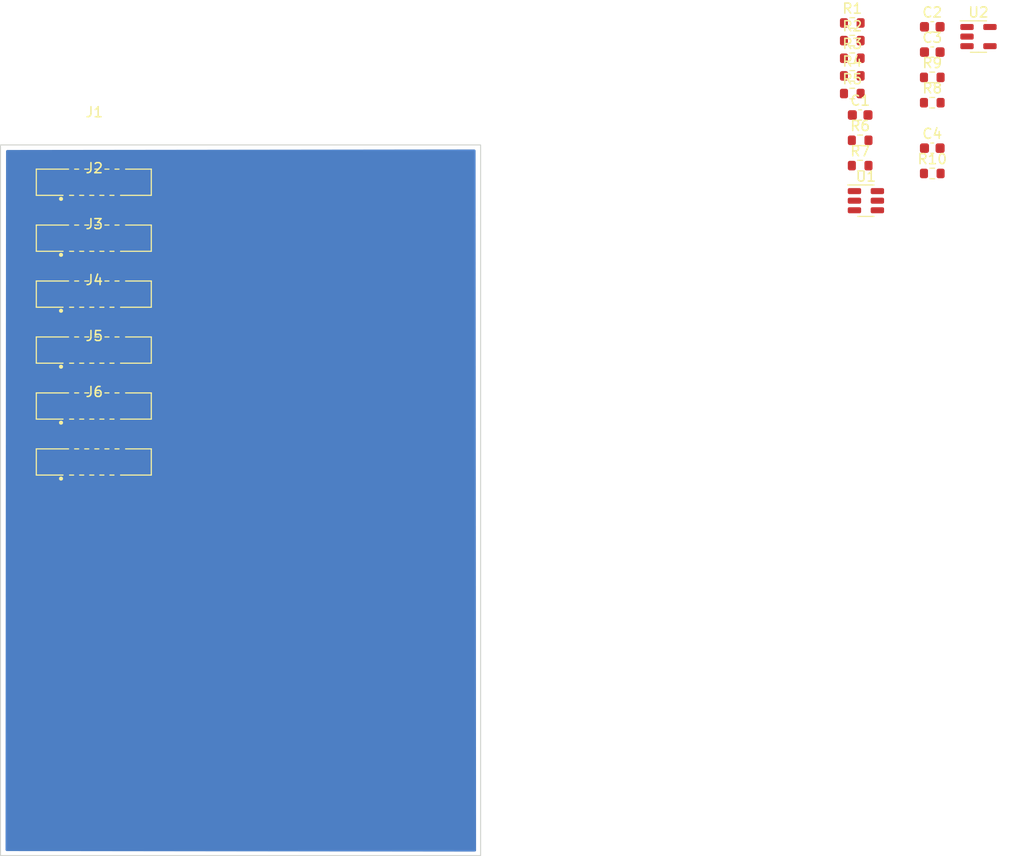
<source format=kicad_pcb>
(kicad_pcb (version 20221018) (generator pcbnew)
  (layers (0 "F.Cu" signal) (31 "B.Cu" signal) (34 "B.Paste" user) (35 "F.Paste" user) (36 "B.SilkS" user "B.Silkscreen") (37 "F.SilkS" user "F.Silkscreen") (38 "B.Mask" user) (39 "F.Mask" user) (44 "Edge.Cuts" user))
  (net 0 "")
  (net 1 "GND")
  (net 2 "/Vusb")
  (net 3 "/VIN")
  (net 4 "/VDD")
  (net 5 "/SDA1")
  (net 6 "/SCL1")
  (net 7 "/IN+")
  (net 8 "/IN-")
  (net 9 "/MOSI1")
  (net 10 "/MISO1")
  (net 11 "/SCLK")
  (net 12 "/SS")
  (net 13 "/POL1")
  (net 14 "/SDA2")
  (net 15 "/SCL2")
  (net 16 "/MOSI2")
  (net 17 "/MISO2")
  (net 18 "/POL2")
  (net 19 "/SDA3")
  (net 20 "/SCL3")
  (net 21 "/MOSI3")
  (net 22 "/MISO3")
  (net 23 "/SDA4")
  (net 24 "/SCL4")
  (net 25 "/MOSI4")
  (net 26 "/MISO4")
  (net 27 "/SDA5")
  (net 28 "/SCL5")
  (net 29 "/MOSI5")
  (net 30 "/MISO5")
  (net 31 "/SDA6")
  (net 32 "/SCL6")
  (net 33 "/MOSI6")
  (net 34 "/MISO6")
  (net 35 "/D-")
  (net 37 "/D+")
  (net 39 "Net-(J7-CC1)")
  (net 40 "Net-(J7-CC2)")
  (net 41 "Net-(U2-FB)")
  (net 42 "Net-(U3-EN)")
  (net 43 "Net-(U2-SW)")
  (footprint "Resistor_SMD:R_0603_1608Metric" (layer "F.Cu") (at 129.05 37.3)
    (fp_text reference "R3" (at 0 -1.43) (layer "F.SilkS"))
    (fp_text value "0")
    (fp_line (start -0.237258 -0.5225) (end 0.237258 -0.5225) (stroke (width 0.12)) (layer "F.SilkS"))
    (fp_line (start -0.237258 0.5225) (end 0.237258 0.5225) (stroke (width 0.12)) (layer "F.SilkS"))
    (pad "1" smd roundrect (at -0.825 0) (size 0.8 0.95) (layers "F.Cu" "F.Paste" "F.Mask") (net 22 "/MISO3"))
    (pad "2" smd roundrect (at 0.825 0) (size 0.8 0.95) (layers "F.Cu" "F.Paste" "F.Mask") (net 25 "/MOSI4"))
  )
  (footprint "Resistor_SMD:R_0603_1608Metric" (layer "F.Cu") (at 129.05 40.8)
    (fp_text reference "R5" (at 0 -1.43) (layer "F.SilkS"))
    (fp_text value "0")
    (fp_line (start -0.237258 -0.5225) (end 0.237258 -0.5225) (stroke (width 0.12)) (layer "F.SilkS"))
    (fp_line (start -0.237258 0.5225) (end 0.237258 0.5225) (stroke (width 0.12)) (layer "F.SilkS"))
    (pad "1" smd roundrect (at -0.825 0) (size 0.8 0.95) (layers "F.Cu" "F.Paste" "F.Mask") (net 30 "/MISO5"))
    (pad "2" smd roundrect (at 0.825 0) (size 0.8 0.95) (layers "F.Cu" "F.Paste" "F.Mask") (net 33 "/MOSI6"))
  )
  (footprint "Resistor_SMD:R_0603_1608Metric" (layer "F.Cu") (at 129.83 45.44)
    (fp_text reference "R6" (at 0 -1.43) (layer "F.SilkS"))
    (fp_text value "5.1K")
    (fp_line (start -0.237258 -0.5225) (end 0.237258 -0.5225) (stroke (width 0.12)) (layer "F.SilkS"))
    (fp_line (start -0.237258 0.5225) (end 0.237258 0.5225) (stroke (width 0.12)) (layer "F.SilkS"))
    (pad "1" smd roundrect (at -0.825 0) (size 0.8 0.95) (layers "F.Cu" "F.Paste" "F.Mask") (net 39 "Net-(J7-CC1)"))
    (pad "2" smd roundrect (at 0.825 0) (size 0.8 0.95) (layers "F.Cu" "F.Paste" "F.Mask") (net 1 "GND"))
  )
  (footprint "Library:Jushuo_AFC11-S12I" (layer "F.Cu") (at 53.9 66.25)
    (fp_text reference "J4" (at 0 -6.95 unlocked) (layer "F.SilkS"))
    (fp_text value "Conn_01x12")
    (fp_line (start -5.75 -1.3) (end -5.75 1.3) (stroke (width 0.12)) (layer "F.SilkS"))
    (fp_line (start -5.75 -1.3) (end -2.55 -1.3) (stroke (width 0.12)) (layer "F.SilkS"))
    (fp_line (start -5.75 1.3) (end -3.1 1.3) (stroke (width 0.12)) (layer "F.SilkS"))
    (fp_line (start -2.05 1.3) (end -2.45 1.3) (stroke (width 0.12)) (layer "F.SilkS"))
    (fp_line (start -1.95 -1.3) (end -1.55 -1.3) (stroke (width 0.12)) (layer "F.SilkS"))
    (fp_line (start -1.05 1.3) (end -1.45 1.3) (stroke (width 0.12)) (layer "F.SilkS"))
    (fp_line (start -0.95 -1.3) (end -0.55 -1.3) (stroke (width 0.12)) (layer "F.SilkS"))
    (fp_line (start -0.05 1.3) (end -0.45 1.3) (stroke (width 0.12)) (layer "F.SilkS"))
    (fp_line (start 0.45 -1.3) (end 0.05 -1.3) (stroke (width 0.12)) (layer "F.SilkS"))
    (fp_line (start 0.95 1.3) (end 0.55 1.3) (stroke (width 0.12)) (layer "F.SilkS"))
    (fp_line (start 1.05 -1.3) (end 1.45 -1.3) (stroke (width 0.12)) (layer "F.SilkS"))
    (fp_line (start 1.95 1.3) (end 1.55 1.3) (stroke (width 0.12)) (layer "F.SilkS"))
    (fp_line (start 2.05 -1.3) (end 2.45 -1.3) (stroke (width 0.12)) (layer "F.SilkS"))
    (fp_line (start 3.1 -1.3) (end 5.65 -1.3) (stroke (width 0.12)) (layer "F.SilkS"))
    (fp_line (start 5.65 -1.3) (end 5.65 1.3) (stroke (width 0.12)) (layer "F.SilkS"))
    (fp_line (start 5.65 1.3) (end 2.6 1.3) (stroke (width 0.12)) (layer "F.SilkS"))
    (fp_circle (center -3.3 1.65) (end -3.158579 1.65) (stroke (width 0.12)) (fill solid) (layer "F.SilkS"))
    (pad "" smd roundrect (at -4.5 0) (size 2.25 2.4) (layers "F.Cu" "F.Paste" "F.Mask"))
    (pad "" smd roundrect (at 4.4 0) (size 2.25 2.4) (layers "F.Cu" "F.Paste" "F.Mask"))
    (pad "1" smd roundrect (at -2.75 1.1) (size 0.4 1.35) (layers "F.Cu" "F.Paste" "F.Mask") (net 3 "/VIN"))
    (pad "2" smd roundrect (at -2.25 -1.05) (size 0.4 1.35) (layers "F.Cu" "F.Paste" "F.Mask") (net 23 "/SDA4"))
    (pad "3" smd roundrect (at -1.75 1.1) (size 0.4 1.35) (layers "F.Cu" "F.Paste" "F.Mask") (net 24 "/SCL4"))
    (pad "4" smd roundrect (at -1.25 -1.05) (size 0.4 1.35) (layers "F.Cu" "F.Paste" "F.Mask") (net 7 "/IN+"))
    (pad "5" smd roundrect (at -0.75 1.1) (size 0.4 1.35) (layers "F.Cu" "F.Paste" "F.Mask") (net 8 "/IN-"))
    (pad "6" smd roundrect (at -0.25 -1.05) (size 0.4 1.35) (layers "F.Cu" "F.Paste" "F.Mask") (net 4 "/VDD"))
    (pad "7" smd roundrect (at 0.25 1.1) (size 0.4 1.35) (layers "F.Cu" "F.Paste" "F.Mask") (net 25 "/MOSI4"))
    (pad "8" smd roundrect (at 0.75 -1.05) (size 0.4 1.35) (layers "F.Cu" "F.Paste" "F.Mask") (net 26 "/MISO4"))
    (pad "9" smd roundrect (at 1.25 1.1) (size 0.4 1.35) (layers "F.Cu" "F.Paste" "F.Mask") (net 11 "/SCLK"))
    (pad "10" smd roundrect (at 1.75 -1.05) (size 0.4 1.35) (layers "F.Cu" "F.Paste" "F.Mask") (net 12 "/SS"))
    (pad "11" smd roundrect (at 2.25 1.1) (size 0.4 1.35) (layers "F.Cu" "F.Paste" "F.Mask") (net 18 "/POL2"))
    (pad "12" smd roundrect (at 2.75 -1.05) (size 0.4 1.35) (layers "F.Cu" "F.Paste" "F.Mask") (net 1 "GND"))
  )
  (footprint "Capacitor_SMD:C_0603_1608Metric" (layer "F.Cu") (at 129.83 42.93)
    (fp_text reference "C1" (at 0 -1.43) (layer "F.SilkS"))
    (fp_text value "C")
    (fp_line (start -0.14058 -0.51) (end 0.14058 -0.51) (stroke (width 0.12)) (layer "F.SilkS"))
    (fp_line (start -0.14058 0.51) (end 0.14058 0.51) (stroke (width 0.12)) (layer "F.SilkS"))
    (pad "1" smd roundrect (at -0.775 0) (size 0.9 0.95) (layers "F.Cu" "F.Paste" "F.Mask") (net 1 "GND"))
    (pad "2" smd roundrect (at 0.775 0) (size 0.9 0.95) (layers "F.Cu" "F.Paste" "F.Mask") (net 2 "/Vusb"))
  )
  (footprint "Resistor_SMD:R_0603_1608Metric" (layer "F.Cu") (at 129.05 39.05)
    (fp_text reference "R4" (at 0 -1.43) (layer "F.SilkS"))
    (fp_text value "0")
    (fp_line (start -0.237258 -0.5225) (end 0.237258 -0.5225) (stroke (width 0.12)) (layer "F.SilkS"))
    (fp_line (start -0.237258 0.5225) (end 0.237258 0.5225) (stroke (width 0.12)) (layer "F.SilkS"))
    (pad "1" smd roundrect (at -0.825 0) (size 0.8 0.95) (layers "F.Cu" "F.Paste" "F.Mask") (net 26 "/MISO4"))
    (pad "2" smd roundrect (at 0.825 0) (size 0.8 0.95) (layers "F.Cu" "F.Paste" "F.Mask") (net 29 "/MOSI5"))
  )
  (footprint "Package_TO_SOT_SMD:SOT-23-5" (layer "F.Cu") (at 141.56 35.15)
    (fp_text reference "U2" (at 0 -2.4) (layer "F.SilkS"))
    (fp_text value "M3406-ADJ")
    (fp_line (start 0 -1.56) (end -1.8 -1.56) (stroke (width 0.12)) (layer "F.SilkS"))
    (fp_line (start 0 -1.56) (end 0.8 -1.56) (stroke (width 0.12)) (layer "F.SilkS"))
    (fp_line (start 0 1.56) (end -0.8 1.56) (stroke (width 0.12)) (layer "F.SilkS"))
    (fp_line (start 0 1.56) (end 0.8 1.56) (stroke (width 0.12)) (layer "F.SilkS"))
    (pad "1" smd roundrect (at -1.1375 -0.95) (size 1.325 0.6) (layers "F.Cu" "F.Paste" "F.Mask") (net 3 "/VIN"))
    (pad "2" smd roundrect (at -1.1375 0) (size 1.325 0.6) (layers "F.Cu" "F.Paste" "F.Mask") (net 1 "GND"))
    (pad "3" smd roundrect (at -1.1375 0.95) (size 1.325 0.6) (layers "F.Cu" "F.Paste" "F.Mask") (net 43 "Net-(U2-SW)"))
    (pad "4" smd roundrect (at 1.1375 0.95) (size 1.325 0.6) (layers "F.Cu" "F.Paste" "F.Mask") (net 3 "/VIN"))
    (pad "5" smd roundrect (at 1.1375 -0.95) (size 1.325 0.6) (layers "F.Cu" "F.Paste" "F.Mask") (net 41 "Net-(U2-FB)"))
  )
  (footprint "Capacitor_SMD:C_0603_1608Metric" (layer "F.Cu") (at 136.98 46.22)
    (fp_text reference "C4" (at 0 -1.43) (layer "F.SilkS"))
    (fp_text value "C")
    (fp_line (start -0.14058 -0.51) (end 0.14058 -0.51) (stroke (width 0.12)) (layer "F.SilkS"))
    (fp_line (start -0.14058 0.51) (end 0.14058 0.51) (stroke (width 0.12)) (layer "F.SilkS"))
    (pad "1" smd roundrect (at -0.775 0) (size 0.9 0.95) (layers "F.Cu" "F.Paste" "F.Mask") (net 4 "/VDD"))
    (pad "2" smd roundrect (at 0.775 0) (size 0.9 0.95) (layers "F.Cu" "F.Paste" "F.Mask") (net 1 "GND"))
  )
  (footprint "Library:Jushuo_AFC11-S12I" (layer "F.Cu") (at 53.9 55.15)
    (fp_text reference "J2" (at 0 -6.95 unlocked) (layer "F.SilkS"))
    (fp_text value "Conn_01x12")
    (fp_line (start -5.75 -1.3) (end -5.75 1.3) (stroke (width 0.12)) (layer "F.SilkS"))
    (fp_line (start -5.75 -1.3) (end -2.55 -1.3) (stroke (width 0.12)) (layer "F.SilkS"))
    (fp_line (start -5.75 1.3) (end -3.1 1.3) (stroke (width 0.12)) (layer "F.SilkS"))
    (fp_line (start -2.05 1.3) (end -2.45 1.3) (stroke (width 0.12)) (layer "F.SilkS"))
    (fp_line (start -1.95 -1.3) (end -1.55 -1.3) (stroke (width 0.12)) (layer "F.SilkS"))
    (fp_line (start -1.05 1.3) (end -1.45 1.3) (stroke (width 0.12)) (layer "F.SilkS"))
    (fp_line (start -0.95 -1.3) (end -0.55 -1.3) (stroke (width 0.12)) (layer "F.SilkS"))
    (fp_line (start -0.05 1.3) (end -0.45 1.3) (stroke (width 0.12)) (layer "F.SilkS"))
    (fp_line (start 0.45 -1.3) (end 0.05 -1.3) (stroke (width 0.12)) (layer "F.SilkS"))
    (fp_line (start 0.95 1.3) (end 0.55 1.3) (stroke (width 0.12)) (layer "F.SilkS"))
    (fp_line (start 1.05 -1.3) (end 1.45 -1.3) (stroke (width 0.12)) (layer "F.SilkS"))
    (fp_line (start 1.95 1.3) (end 1.55 1.3) (stroke (width 0.12)) (layer "F.SilkS"))
    (fp_line (start 2.05 -1.3) (end 2.45 -1.3) (stroke (width 0.12)) (layer "F.SilkS"))
    (fp_line (start 3.1 -1.3) (end 5.65 -1.3) (stroke (width 0.12)) (layer "F.SilkS"))
    (fp_line (start 5.65 -1.3) (end 5.65 1.3) (stroke (width 0.12)) (layer "F.SilkS"))
    (fp_line (start 5.65 1.3) (end 2.6 1.3) (stroke (width 0.12)) (layer "F.SilkS"))
    (fp_circle (center -3.3 1.65) (end -3.158579 1.65) (stroke (width 0.12)) (fill solid) (layer "F.SilkS"))
    (pad "" smd roundrect (at -4.5 0) (size 2.25 2.4) (layers "F.Cu" "F.Paste" "F.Mask"))
    (pad "" smd roundrect (at 4.4 0) (size 2.25 2.4) (layers "F.Cu" "F.Paste" "F.Mask"))
    (pad "1" smd roundrect (at -2.75 1.1) (size 0.4 1.35) (layers "F.Cu" "F.Paste" "F.Mask") (net 3 "/VIN"))
    (pad "2" smd roundrect (at -2.25 -1.05) (size 0.4 1.35) (layers "F.Cu" "F.Paste" "F.Mask") (net 14 "/SDA2"))
    (pad "3" smd roundrect (at -1.75 1.1) (size 0.4 1.35) (layers "F.Cu" "F.Paste" "F.Mask") (net 15 "/SCL2"))
    (pad "4" smd roundrect (at -1.25 -1.05) (size 0.4 1.35) (layers "F.Cu" "F.Paste" "F.Mask") (net 7 "/IN+"))
    (pad "5" smd roundrect (at -0.75 1.1) (size 0.4 1.35) (layers "F.Cu" "F.Paste" "F.Mask") (net 8 "/IN-"))
    (pad "6" smd roundrect (at -0.25 -1.05) (size 0.4 1.35) (layers "F.Cu" "F.Paste" "F.Mask") (net 4 "/VDD"))
    (pad "7" smd roundrect (at 0.25 1.1) (size 0.4 1.35) (layers "F.Cu" "F.Paste" "F.Mask") (net 16 "/MOSI2"))
    (pad "8" smd roundrect (at 0.75 -1.05) (size 0.4 1.35) (layers "F.Cu" "F.Paste" "F.Mask") (net 17 "/MISO2"))
    (pad "9" smd roundrect (at 1.25 1.1) (size 0.4 1.35) (layers "F.Cu" "F.Paste" "F.Mask") (net 11 "/SCLK"))
    (pad "10" smd roundrect (at 1.75 -1.05) (size 0.4 1.35) (layers "F.Cu" "F.Paste" "F.Mask") (net 12 "/SS"))
    (pad "11" smd roundrect (at 2.25 1.1) (size 0.4 1.35) (layers "F.Cu" "F.Paste" "F.Mask") (net 18 "/POL2"))
    (pad "12" smd roundrect (at 2.75 -1.05) (size 0.4 1.35) (layers "F.Cu" "F.Paste" "F.Mask") (net 1 "GND"))
  )
  (footprint "Package_TO_SOT_SMD:SOT-23-6" (layer "F.Cu") (at 130.4 51.43)
    (fp_text reference "U1" (at 0 -2.4) (layer "F.SilkS"))
    (fp_text value "SRV05-4")
    (fp_line (start 0 -1.56) (end -1.8 -1.56) (stroke (width 0.12)) (layer "F.SilkS"))
    (fp_line (start 0 -1.56) (end 0.8 -1.56) (stroke (width 0.12)) (layer "F.SilkS"))
    (fp_line (start 0 1.56) (end -0.8 1.56) (stroke (width 0.12)) (layer "F.SilkS"))
    (fp_line (start 0 1.56) (end 0.8 1.56) (stroke (width 0.12)) (layer "F.SilkS"))
    (pad "1" smd roundrect (at -1.1375 -0.95) (size 1.325 0.6) (layers "F.Cu" "F.Paste" "F.Mask") (net 35 "/D-"))
    (pad "2" smd roundrect (at -1.1375 0) (size 1.325 0.6) (layers "F.Cu" "F.Paste" "F.Mask") (net 1 "GND"))
    (pad "3" smd roundrect (at -1.1375 0.95) (size 1.325 0.6) (layers "F.Cu" "F.Paste" "F.Mask"))
    (pad "4" smd roundrect (at 1.1375 0.95) (size 1.325 0.6) (layers "F.Cu" "F.Paste" "F.Mask") (net 37 "/D+"))
    (pad "5" smd roundrect (at 1.1375 0) (size 1.325 0.6) (layers "F.Cu" "F.Paste" "F.Mask") (net 2 "/Vusb"))
    (pad "6" smd roundrect (at 1.1375 -0.95) (size 1.325 0.6) (layers "F.Cu" "F.Paste" "F.Mask"))
  )
  (footprint "Resistor_SMD:R_0603_1608Metric" (layer "F.Cu") (at 136.98 39.2)
    (fp_text reference "R9" (at 0 -1.43) (layer "F.SilkS"))
    (fp_text value "6.98k")
    (fp_line (start -0.237258 -0.5225) (end 0.237258 -0.5225) (stroke (width 0.12)) (layer "F.SilkS"))
    (fp_line (start -0.237258 0.5225) (end 0.237258 0.5225) (stroke (width 0.12)) (layer "F.SilkS"))
    (pad "1" smd roundrect (at -0.825 0) (size 0.8 0.95) (layers "F.Cu" "F.Paste" "F.Mask") (net 1 "GND"))
    (pad "2" smd roundrect (at 0.825 0) (size 0.8 0.95) (layers "F.Cu" "F.Paste" "F.Mask") (net 41 "Net-(U2-FB)"))
  )
  (footprint "Resistor_SMD:R_0603_1608Metric" (layer "F.Cu") (at 129.05 33.8)
    (fp_text reference "R1" (at 0 -1.43) (layer "F.SilkS"))
    (fp_text value "0")
    (fp_line (start -0.237258 -0.5225) (end 0.237258 -0.5225) (stroke (width 0.12)) (layer "F.SilkS"))
    (fp_line (start -0.237258 0.5225) (end 0.237258 0.5225) (stroke (width 0.12)) (layer "F.SilkS"))
    (pad "1" smd roundrect (at -0.825 0) (size 0.8 0.95) (layers "F.Cu" "F.Paste" "F.Mask") (net 10 "/MISO1"))
    (pad "2" smd roundrect (at 0.825 0) (size 0.8 0.95) (layers "F.Cu" "F.Paste" "F.Mask") (net 16 "/MOSI2"))
  )
  (footprint "Resistor_SMD:R_0603_1608Metric" (layer "F.Cu") (at 129.05 35.55)
    (fp_text reference "R2" (at 0 -1.43) (layer "F.SilkS"))
    (fp_text value "0")
    (fp_line (start -0.237258 -0.5225) (end 0.237258 -0.5225) (stroke (width 0.12)) (layer "F.SilkS"))
    (fp_line (start -0.237258 0.5225) (end 0.237258 0.5225) (stroke (width 0.12)) (layer "F.SilkS"))
    (pad "1" smd roundrect (at -0.825 0) (size 0.8 0.95) (layers "F.Cu" "F.Paste" "F.Mask") (net 17 "/MISO2"))
    (pad "2" smd roundrect (at 0.825 0) (size 0.8 0.95) (layers "F.Cu" "F.Paste" "F.Mask") (net 21 "/MOSI3"))
  )
  (footprint "Resistor_SMD:R_0603_1608Metric" (layer "F.Cu") (at 136.98 48.73)
    (fp_text reference "R10" (at 0 -1.43) (layer "F.SilkS"))
    (fp_text value "R")
    (fp_line (start -0.237258 -0.5225) (end 0.237258 -0.5225) (stroke (width 0.12)) (layer "F.SilkS"))
    (fp_line (start -0.237258 0.5225) (end 0.237258 0.5225) (stroke (width 0.12)) (layer "F.SilkS"))
    (pad "1" smd roundrect (at -0.825 0) (size 0.8 0.95) (layers "F.Cu" "F.Paste" "F.Mask") (net 4 "/VDD"))
    (pad "2" smd roundrect (at 0.825 0) (size 0.8 0.95) (layers "F.Cu" "F.Paste" "F.Mask") (net 42 "Net-(U3-EN)"))
  )
  (footprint "Library:Jushuo_AFC11-S12I" (layer "F.Cu") (at 53.9 49.6)
    (fp_text reference "J1" (at 0 -6.95 unlocked) (layer "F.SilkS"))
    (fp_text value "Conn_01x12")
    (fp_line (start -5.75 -1.3) (end -5.75 1.3) (stroke (width 0.12)) (layer "F.SilkS"))
    (fp_line (start -5.75 -1.3) (end -2.55 -1.3) (stroke (width 0.12)) (layer "F.SilkS"))
    (fp_line (start -5.75 1.3) (end -3.1 1.3) (stroke (width 0.12)) (layer "F.SilkS"))
    (fp_line (start -2.05 1.3) (end -2.45 1.3) (stroke (width 0.12)) (layer "F.SilkS"))
    (fp_line (start -1.95 -1.3) (end -1.55 -1.3) (stroke (width 0.12)) (layer "F.SilkS"))
    (fp_line (start -1.05 1.3) (end -1.45 1.3) (stroke (width 0.12)) (layer "F.SilkS"))
    (fp_line (start -0.95 -1.3) (end -0.55 -1.3) (stroke (width 0.12)) (layer "F.SilkS"))
    (fp_line (start -0.05 1.3) (end -0.45 1.3) (stroke (width 0.12)) (layer "F.SilkS"))
    (fp_line (start 0.45 -1.3) (end 0.05 -1.3) (stroke (width 0.12)) (layer "F.SilkS"))
    (fp_line (start 0.95 1.3) (end 0.55 1.3) (stroke (width 0.12)) (layer "F.SilkS"))
    (fp_line (start 1.05 -1.3) (end 1.45 -1.3) (stroke (width 0.12)) (layer "F.SilkS"))
    (fp_line (start 1.95 1.3) (end 1.55 1.3) (stroke (width 0.12)) (layer "F.SilkS"))
    (fp_line (start 2.05 -1.3) (end 2.45 -1.3) (stroke (width 0.12)) (layer "F.SilkS"))
    (fp_line (start 3.1 -1.3) (end 5.65 -1.3) (stroke (width 0.12)) (layer "F.SilkS"))
    (fp_line (start 5.65 -1.3) (end 5.65 1.3) (stroke (width 0.12)) (layer "F.SilkS"))
    (fp_line (start 5.65 1.3) (end 2.6 1.3) (stroke (width 0.12)) (layer "F.SilkS"))
    (fp_circle (center -3.3 1.65) (end -3.158579 1.65) (stroke (width 0.12)) (fill solid) (layer "F.SilkS"))
    (pad "" smd roundrect (at -4.5 0) (size 2.25 2.4) (layers "F.Cu" "F.Paste" "F.Mask"))
    (pad "" smd roundrect (at 4.4 0) (size 2.25 2.4) (layers "F.Cu" "F.Paste" "F.Mask"))
    (pad "1" smd roundrect (at -2.75 1.1) (size 0.4 1.35) (layers "F.Cu" "F.Paste" "F.Mask") (net 3 "/VIN"))
    (pad "2" smd roundrect (at -2.25 -1.05) (size 0.4 1.35) (layers "F.Cu" "F.Paste" "F.Mask") (net 5 "/SDA1"))
    (pad "3" smd roundrect (at -1.75 1.1) (size 0.4 1.35) (layers "F.Cu" "F.Paste" "F.Mask") (net 6 "/SCL1"))
    (pad "4" smd roundrect (at -1.25 -1.05) (size 0.4 1.35) (layers "F.Cu" "F.Paste" "F.Mask") (net 7 "/IN+"))
    (pad "5" smd roundrect (at -0.75 1.1) (size 0.4 1.35) (layers "F.Cu" "F.Paste" "F.Mask") (net 8 "/IN-"))
    (pad "6" smd roundrect (at -0.25 -1.05) (size 0.4 1.35) (layers "F.Cu" "F.Paste" "F.Mask") (net 4 "/VDD"))
    (pad "7" smd roundrect (at 0.25 1.1) (size 0.4 1.35) (layers "F.Cu" "F.Paste" "F.Mask") (net 9 "/MOSI1"))
    (pad "8" smd roundrect (at 0.75 -1.05) (size 0.4 1.35) (layers "F.Cu" "F.Paste" "F.Mask") (net 10 "/MISO1"))
    (pad "9" smd roundrect (at 1.25 1.1) (size 0.4 1.35) (layers "F.Cu" "F.Paste" "F.Mask") (net 11 "/SCLK"))
    (pad "10" smd roundrect (at 1.75 -1.05) (size 0.4 1.35) (layers "F.Cu" "F.Paste" "F.Mask") (net 12 "/SS"))
    (pad "11" smd roundrect (at 2.25 1.1) (size 0.4 1.35) (layers "F.Cu" "F.Paste" "F.Mask") (net 13 "/POL1"))
    (pad "12" smd roundrect (at 2.75 -1.05) (size 0.4 1.35) (layers "F.Cu" "F.Paste" "F.Mask") (net 1 "GND"))
  )
  (footprint "Capacitor_SMD:C_0603_1608Metric" (layer "F.Cu") (at 136.98 36.69)
    (fp_text reference "C3" (at 0 -1.43) (layer "F.SilkS"))
    (fp_text value "10µF")
    (fp_line (start -0.14058 -0.51) (end 0.14058 -0.51) (stroke (width 0.12)) (layer "F.SilkS"))
    (fp_line (start -0.14058 0.51) (end 0.14058 0.51) (stroke (width 0.12)) (layer "F.SilkS"))
    (pad "1" smd roundrect (at -0.775 0) (size 0.9 0.95) (layers "F.Cu" "F.Paste" "F.Mask") (net 4 "/VDD"))
    (pad "2" smd roundrect (at 0.775 0) (size 0.9 0.95) (layers "F.Cu" "F.Paste" "F.Mask") (net 1 "GND"))
  )
  (footprint "Capacitor_SMD:C_0603_1608Metric" (layer "F.Cu") (at 136.98 34.18)
    (fp_text reference "C2" (at 0 -1.43) (layer "F.SilkS"))
    (fp_text value "4.7µF")
    (fp_line (start -0.14058 -0.51) (end 0.14058 -0.51) (stroke (width 0.12)) (layer "F.SilkS"))
    (fp_line (start -0.14058 0.51) (end 0.14058 0.51) (stroke (width 0.12)) (layer "F.SilkS"))
    (pad "1" smd roundrect (at -0.775 0) (size 0.9 0.95) (layers "F.Cu" "F.Paste" "F.Mask") (net 3 "/VIN"))
    (pad "2" smd roundrect (at 0.775 0) (size 0.9 0.95) (layers "F.Cu" "F.Paste" "F.Mask") (net 1 "GND"))
  )
  (footprint "Resistor_SMD:R_0603_1608Metric" (layer "F.Cu") (at 136.98 41.71)
    (fp_text reference "R8" (at 0 -1.43) (layer "F.SilkS"))
    (fp_text value "31.6k")
    (fp_line (start -0.237258 -0.5225) (end 0.237258 -0.5225) (stroke (width 0.12)) (layer "F.SilkS"))
    (fp_line (start -0.237258 0.5225) (end 0.237258 0.5225) (stroke (width 0.12)) (layer "F.SilkS"))
    (pad "1" smd roundrect (at -0.825 0) (size 0.8 0.95) (layers "F.Cu" "F.Paste" "F.Mask") (net 41 "Net-(U2-FB)"))
    (pad "2" smd roundrect (at 0.825 0) (size 0.8 0.95) (layers "F.Cu" "F.Paste" "F.Mask") (net 4 "/VDD"))
  )
  (footprint "Resistor_SMD:R_0603_1608Metric" (layer "F.Cu") (at 129.83 47.95)
    (fp_text reference "R7" (at 0 -1.43) (layer "F.SilkS"))
    (fp_text value "5.1K")
    (fp_line (start -0.237258 -0.5225) (end 0.237258 -0.5225) (stroke (width 0.12)) (layer "F.SilkS"))
    (fp_line (start -0.237258 0.5225) (end 0.237258 0.5225) (stroke (width 0.12)) (layer "F.SilkS"))
    (pad "1" smd roundrect (at -0.825 0) (size 0.8 0.95) (layers "F.Cu" "F.Paste" "F.Mask") (net 40 "Net-(J7-CC2)"))
    (pad "2" smd roundrect (at 0.825 0) (size 0.8 0.95) (layers "F.Cu" "F.Paste" "F.Mask") (net 1 "GND"))
  )
  (footprint "Library:Jushuo_AFC11-S12I" (layer "F.Cu") (at 53.9 71.8)
    (fp_text reference "J5" (at 0 -6.95 unlocked) (layer "F.SilkS"))
    (fp_text value "Conn_01x12")
    (fp_line (start -5.75 -1.3) (end -5.75 1.3) (stroke (width 0.12)) (layer "F.SilkS"))
    (fp_line (start -5.75 -1.3) (end -2.55 -1.3) (stroke (width 0.12)) (layer "F.SilkS"))
    (fp_line (start -5.75 1.3) (end -3.1 1.3) (stroke (width 0.12)) (layer "F.SilkS"))
    (fp_line (start -2.05 1.3) (end -2.45 1.3) (stroke (width 0.12)) (layer "F.SilkS"))
    (fp_line (start -1.95 -1.3) (end -1.55 -1.3) (stroke (width 0.12)) (layer "F.SilkS"))
    (fp_line (start -1.05 1.3) (end -1.45 1.3) (stroke (width 0.12)) (layer "F.SilkS"))
    (fp_line (start -0.95 -1.3) (end -0.55 -1.3) (stroke (width 0.12)) (layer "F.SilkS"))
    (fp_line (start -0.05 1.3) (end -0.45 1.3) (stroke (width 0.12)) (layer "F.SilkS"))
    (fp_line (start 0.45 -1.3) (end 0.05 -1.3) (stroke (width 0.12)) (layer "F.SilkS"))
    (fp_line (start 0.95 1.3) (end 0.55 1.3) (stroke (width 0.12)) (layer "F.SilkS"))
    (fp_line (start 1.05 -1.3) (end 1.45 -1.3) (stroke (width 0.12)) (layer "F.SilkS"))
    (fp_line (start 1.95 1.3) (end 1.55 1.3) (stroke (width 0.12)) (layer "F.SilkS"))
    (fp_line (start 2.05 -1.3) (end 2.45 -1.3) (stroke (width 0.12)) (layer "F.SilkS"))
    (fp_line (start 3.1 -1.3) (end 5.65 -1.3) (stroke (width 0.12)) (layer "F.SilkS"))
    (fp_line (start 5.65 -1.3) (end 5.65 1.3) (stroke (width 0.12)) (layer "F.SilkS"))
    (fp_line (start 5.65 1.3) (end 2.6 1.3) (stroke (width 0.12)) (layer "F.SilkS"))
    (fp_circle (center -3.3 1.65) (end -3.158579 1.65) (stroke (width 0.12)) (fill solid) (layer "F.SilkS"))
    (pad "" smd roundrect (at -4.5 0) (size 2.25 2.4) (layers "F.Cu" "F.Paste" "F.Mask"))
    (pad "" smd roundrect (at 4.4 0) (size 2.25 2.4) (layers "F.Cu" "F.Paste" "F.Mask"))
    (pad "1" smd roundrect (at -2.75 1.1) (size 0.4 1.35) (layers "F.Cu" "F.Paste" "F.Mask") (net 3 "/VIN"))
    (pad "2" smd roundrect (at -2.25 -1.05) (size 0.4 1.35) (layers "F.Cu" "F.Paste" "F.Mask") (net 27 "/SDA5"))
    (pad "3" smd roundrect (at -1.75 1.1) (size 0.4 1.35) (layers "F.Cu" "F.Paste" "F.Mask") (net 28 "/SCL5"))
    (pad "4" smd roundrect (at -1.25 -1.05) (size 0.4 1.35) (layers "F.Cu" "F.Paste" "F.Mask") (net 7 "/IN+"))
    (pad "5" smd roundrect (at -0.75 1.1) (size 0.4 1.35) (layers "F.Cu" "F.Paste" "F.Mask") (net 8 "/IN-"))
    (pad "6" smd roundrect (at -0.25 -1.05) (size 0.4 1.35) (layers "F.Cu" "F.Paste" "F.Mask") (net 4 "/VDD"))
    (pad "7" smd roundrect (at 0.25 1.1) (size 0.4 1.35) (layers "F.Cu" "F.Paste" "F.Mask") (net 29 "/MOSI5"))
    (pad "8" smd roundrect (at 0.75 -1.05) (size 0.4 1.35) (layers "F.Cu" "F.Paste" "F.Mask") (net 30 "/MISO5"))
    (pad "9" smd roundrect (at 1.25 1.1) (size 0.4 1.35) (layers "F.Cu" "F.Paste" "F.Mask") (net 11 "/SCLK"))
    (pad "10" smd roundrect (at 1.75 -1.05) (size 0.4 1.35) (layers "F.Cu" "F.Paste" "F.Mask") (net 12 "/SS"))
    (pad "11" smd roundrect (at 2.25 1.1) (size 0.4 1.35) (layers "F.Cu" "F.Paste" "F.Mask") (net 13 "/POL1"))
    (pad "12" smd roundrect (at 2.75 -1.05) (size 0.4 1.35) (layers "F.Cu" "F.Paste" "F.Mask") (net 1 "GND"))
  )
  (footprint "Library:Jushuo_AFC11-S12I" (layer "F.Cu") (at 53.9 77.35)
    (fp_text reference "J6" (at 0 -6.95 unlocked) (layer "F.SilkS"))
    (fp_text value "Conn_01x12")
    (fp_line (start -5.75 -1.3) (end -5.75 1.3) (stroke (width 0.12)) (layer "F.SilkS"))
    (fp_line (start -5.75 -1.3) (end -2.55 -1.3) (stroke (width 0.12)) (layer "F.SilkS"))
    (fp_line (start -5.75 1.3) (end -3.1 1.3) (stroke (width 0.12)) (layer "F.SilkS"))
    (fp_line (start -2.05 1.3) (end -2.45 1.3) (stroke (width 0.12)) (layer "F.SilkS"))
    (fp_line (start -1.95 -1.3) (end -1.55 -1.3) (stroke (width 0.12)) (layer "F.SilkS"))
    (fp_line (start -1.05 1.3) (end -1.45 1.3) (stroke (width 0.12)) (layer "F.SilkS"))
    (fp_line (start -0.95 -1.3) (end -0.55 -1.3) (stroke (width 0.12)) (layer "F.SilkS"))
    (fp_line (start -0.05 1.3) (end -0.45 1.3) (stroke (width 0.12)) (layer "F.SilkS"))
    (fp_line (start 0.45 -1.3) (end 0.05 -1.3) (stroke (width 0.12)) (layer "F.SilkS"))
    (fp_line (start 0.95 1.3) (end 0.55 1.3) (stroke (width 0.12)) (layer "F.SilkS"))
    (fp_line (start 1.05 -1.3) (end 1.45 -1.3) (stroke (width 0.12)) (layer "F.SilkS"))
    (fp_line (start 1.95 1.3) (end 1.55 1.3) (stroke (width 0.12)) (layer "F.SilkS"))
    (fp_line (start 2.05 -1.3) (end 2.45 -1.3) (stroke (width 0.12)) (layer "F.SilkS"))
    (fp_line (start 3.1 -1.3) (end 5.65 -1.3) (stroke (width 0.12)) (layer "F.SilkS"))
    (fp_line (start 5.65 -1.3) (end 5.65 1.3) (stroke (width 0.12)) (layer "F.SilkS"))
    (fp_line (start 5.65 1.3) (end 2.6 1.3) (stroke (width 0.12)) (layer "F.SilkS"))
    (fp_circle (center -3.3 1.65) (end -3.158579 1.65) (stroke (width 0.12)) (fill solid) (layer "F.SilkS"))
    (pad "" smd roundrect (at -4.5 0) (size 2.25 2.4) (layers "F.Cu" "F.Paste" "F.Mask"))
    (pad "" smd roundrect (at 4.4 0) (size 2.25 2.4) (layers "F.Cu" "F.Paste" "F.Mask"))
    (pad "1" smd roundrect (at -2.75 1.1) (size 0.4 1.35) (layers "F.Cu" "F.Paste" "F.Mask") (net 3 "/VIN"))
    (pad "2" smd roundrect (at -2.25 -1.05) (size 0.4 1.35) (layers "F.Cu" "F.Paste" "F.Mask") (net 31 "/SDA6"))
    (pad "3" smd roundrect (at -1.75 1.1) (size 0.4 1.35) (layers "F.Cu" "F.Paste" "F.Mask") (net 32 "/SCL6"))
    (pad "4" smd roundrect (at -1.25 -1.05) (size 0.4 1.35) (layers "F.Cu" "F.Paste" "F.Mask") (net 7 "/IN+"))
    (pad "5" smd roundrect (at -0.75 1.1) (size 0.4 1.35) (layers "F.Cu" "F.Paste" "F.Mask") (net 8 "/IN-"))
    (pad "6" smd roundrect (at -0.25 -1.05) (size 0.4 1.35) (layers "F.Cu" "F.Paste" "F.Mask") (net 4 "/VDD"))
    (pad "7" smd roundrect (at 0.25 1.1) (size 0.4 1.35) (layers "F.Cu" "F.Paste" "F.Mask") (net 33 "/MOSI6"))
    (pad "8" smd roundrect (at 0.75 -1.05) (size 0.4 1.35) (layers "F.Cu" "F.Paste" "F.Mask") (net 34 "/MISO6"))
    (pad "9" smd roundrect (at 1.25 1.1) (size 0.4 1.35) (layers "F.Cu" "F.Paste" "F.Mask") (net 11 "/SCLK"))
    (pad "10" smd roundrect (at 1.75 -1.05) (size 0.4 1.35) (layers "F.Cu" "F.Paste" "F.Mask") (net 12 "/SS"))
    (pad "11" smd roundrect (at 2.25 1.1) (size 0.4 1.35) (layers "F.Cu" "F.Paste" "F.Mask") (net 18 "/POL2"))
    (pad "12" smd roundrect (at 2.75 -1.05) (size 0.4 1.35) (layers "F.Cu" "F.Paste" "F.Mask") (net 1 "GND"))
  )
  (footprint "Library:Jushuo_AFC11-S12I" (layer "F.Cu") (at 53.9 60.7)
    (fp_text reference "J3" (at 0 -6.95 unlocked) (layer "F.SilkS"))
    (fp_text value "Conn_01x12")
    (fp_line (start -5.75 -1.3) (end -5.75 1.3) (stroke (width 0.12)) (layer "F.SilkS"))
    (fp_line (start -5.75 -1.3) (end -2.55 -1.3) (stroke (width 0.12)) (layer "F.SilkS"))
    (fp_line (start -5.75 1.3) (end -3.1 1.3) (stroke (width 0.12)) (layer "F.SilkS"))
    (fp_line (start -2.05 1.3) (end -2.45 1.3) (stroke (width 0.12)) (layer "F.SilkS"))
    (fp_line (start -1.95 -1.3) (end -1.55 -1.3) (stroke (width 0.12)) (layer "F.SilkS"))
    (fp_line (start -1.05 1.3) (end -1.45 1.3) (stroke (width 0.12)) (layer "F.SilkS"))
    (fp_line (start -0.95 -1.3) (end -0.55 -1.3) (stroke (width 0.12)) (layer "F.SilkS"))
    (fp_line (start -0.05 1.3) (end -0.45 1.3) (stroke (width 0.12)) (layer "F.SilkS"))
    (fp_line (start 0.45 -1.3) (end 0.05 -1.3) (stroke (width 0.12)) (layer "F.SilkS"))
    (fp_line (start 0.95 1.3) (end 0.55 1.3) (stroke (width 0.12)) (layer "F.SilkS"))
    (fp_line (start 1.05 -1.3) (end 1.45 -1.3) (stroke (width 0.12)) (layer "F.SilkS"))
    (fp_line (start 1.95 1.3) (end 1.55 1.3) (stroke (width 0.12)) (layer "F.SilkS"))
    (fp_line (start 2.05 -1.3) (end 2.45 -1.3) (stroke (width 0.12)) (layer "F.SilkS"))
    (fp_line (start 3.1 -1.3) (end 5.65 -1.3) (stroke (width 0.12)) (layer "F.SilkS"))
    (fp_line (start 5.65 -1.3) (end 5.65 1.3) (stroke (width 0.12)) (layer "F.SilkS"))
    (fp_line (start 5.65 1.3) (end 2.6 1.3) (stroke (width 0.12)) (layer "F.SilkS"))
    (fp_circle (center -3.3 1.65) (end -3.158579 1.65) (stroke (width 0.12)) (fill solid) (layer "F.SilkS"))
    (pad "" smd roundrect (at -4.5 0) (size 2.25 2.4) (layers "F.Cu" "F.Paste" "F.Mask"))
    (pad "" smd roundrect (at 4.4 0) (size 2.25 2.4) (layers "F.Cu" "F.Paste" "F.Mask"))
    (pad "1" smd roundrect (at -2.75 1.1) (size 0.4 1.35) (layers "F.Cu" "F.Paste" "F.Mask") (net 3 "/VIN"))
    (pad "2" smd roundrect (at -2.25 -1.05) (size 0.4 1.35) (layers "F.Cu" "F.Paste" "F.Mask") (net 19 "/SDA3"))
    (pad "3" smd roundrect (at -1.75 1.1) (size 0.4 1.35) (layers "F.Cu" "F.Paste" "F.Mask") (net 20 "/SCL3"))
    (pad "4" smd roundrect (at -1.25 -1.05) (size 0.4 1.35) (layers "F.Cu" "F.Paste" "F.Mask") (net 7 "/IN+"))
    (pad "5" smd roundrect (at -0.75 1.1) (size 0.4 1.35) (layers "F.Cu" "F.Paste" "F.Mask") (net 8 "/IN-"))
    (pad "6" smd roundrect (at -0.25 -1.05) (size 0.4 1.35) (layers "F.Cu" "F.Paste" "F.Mask") (net 4 "/VDD"))
    (pad "7" smd roundrect (at 0.25 1.1) (size 0.4 1.35) (layers "F.Cu" "F.Paste" "F.Mask") (net 21 "/MOSI3"))
    (pad "8" smd roundrect (at 0.75 -1.05) (size 0.4 1.35) (layers "F.Cu" "F.Paste" "F.Mask") (net 22 "/MISO3"))
    (pad "9" smd roundrect (at 1.25 1.1) (size 0.4 1.35) (layers "F.Cu" "F.Paste" "F.Mask") (net 11 "/SCLK"))
    (pad "10" smd roundrect (at 1.75 -1.05) (size 0.4 1.35) (layers "F.Cu" "F.Paste" "F.Mask") (net 12 "/SS"))
    (pad "11" smd roundrect (at 2.25 1.1) (size 0.4 1.35) (layers "F.Cu" "F.Paste" "F.Mask") (net 13 "/POL1"))
    (pad "12" smd roundrect (at 2.75 -1.05) (size 0.4 1.35) (layers "F.Cu" "F.Paste" "F.Mask") (net 1 "GND"))
  )
  (gr_rect (start 44.6 45.9) (end 92.2 116.4) (stroke (width 0.1)) (fill none) (layer "Edge.Cuts"))
  (zone (net 0) (net_name "") (layer "B.Cu") (name "GND") (connect_pads (clearance 0.5)) (min_thickness 0.25) (fill yes (thermal_gap 0.5) (thermal_bridge_width 0.5) (island_removal_mode 1) (island_area_min 10))
    (polygon (pts (xy 45.15 46.4) (xy 91.7 46.35) (xy 91.75 116) (xy 45.1 115.95)))
  )
)
</source>
